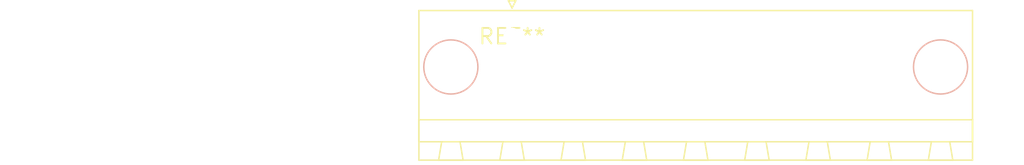
<source format=kicad_pcb>
(kicad_pcb (version 20240108) (generator pcbnew)
  (layers (0 "F.Cu" signal) (31 "B.Cu" signal) (34 "B.Paste" user) (35 "F.Paste" user) (36 "B.SilkS" user "B.Silkscreen") (37 "F.SilkS" user "F.Silkscreen") (38 "B.Mask" user) (39 "F.Mask" user) (44 "Edge.Cuts" user))
  (net 0 "")
  (footprint "PhoenixContact_MSTB_2,5_7-GF_1x07_P5.00mm_Horizontal_ThreadedFlange_MountHole" (layer "F.Cu") (at 0 0)
    (property "Reference" "REF**")
    (property "Value" "PhoenixContact_MSTB_2,5_7-GF_1x07_P5.00mm_Horizontal_ThreadedFlange_MountHole")
    (fp_circle (center -5 2.5) (end -2.79 2.5) (layer "B.SilkS") (stroke (width 0.12)) (fill none))
    (fp_circle (center 35 2.5) (end 37.21 2.5) (layer "B.SilkS") (stroke (width 0.12)) (fill none))
    (fp_line (start -7.61 -2.11) (end -7.61 10.11) (layer "F.SilkS") (stroke (width 0.12)))
    (fp_line (start -7.61 6.81) (end 37.61 6.81) (layer "F.SilkS") (stroke (width 0.12)))
    (fp_line (start -7.61 8.61) (end -7.61 6.81) (layer "F.SilkS") (stroke (width 0.12)))
    (fp_line (start -7.61 10.11) (end 37.61 10.11) (layer "F.SilkS") (stroke (width 0.12)))
    (fp_line (start -6 10.11) (end -4 10.11) (layer "F.SilkS") (stroke (width 0.12)))
    (fp_line (start -5.75 8.61) (end -6 10.11) (layer "F.SilkS") (stroke (width 0.12)))
    (fp_line (start -4.25 8.61) (end -5.75 8.61) (layer "F.SilkS") (stroke (width 0.12)))
    (fp_line (start -4 10.11) (end -4.25 8.61) (layer "F.SilkS") (stroke (width 0.12)))
    (fp_line (start -1 10.11) (end 1 10.11) (layer "F.SilkS") (stroke (width 0.12)))
    (fp_line (start -0.75 8.61) (end -1 10.11) (layer "F.SilkS") (stroke (width 0.12)))
    (fp_line (start -0.3 -2.91) (end 0.3 -2.91) (layer "F.SilkS") (stroke (width 0.12)))
    (fp_line (start 0 -2.31) (end -0.3 -2.91) (layer "F.SilkS") (stroke (width 0.12)))
    (fp_line (start 0.3 -2.91) (end 0 -2.31) (layer "F.SilkS") (stroke (width 0.12)))
    (fp_line (start 0.75 8.61) (end -0.75 8.61) (layer "F.SilkS") (stroke (width 0.12)))
    (fp_line (start 1 10.11) (end 0.75 8.61) (layer "F.SilkS") (stroke (width 0.12)))
    (fp_line (start 4 10.11) (end 6 10.11) (layer "F.SilkS") (stroke (width 0.12)))
    (fp_line (start 4.25 8.61) (end 4 10.11) (layer "F.SilkS") (stroke (width 0.12)))
    (fp_line (start 5.75 8.61) (end 4.25 8.61) (layer "F.SilkS") (stroke (width 0.12)))
    (fp_line (start 6 10.11) (end 5.75 8.61) (layer "F.SilkS") (stroke (width 0.12)))
    (fp_line (start 9 10.11) (end 11 10.11) (layer "F.SilkS") (stroke (width 0.12)))
    (fp_line (start 9.25 8.61) (end 9 10.11) (layer "F.SilkS") (stroke (width 0.12)))
    (fp_line (start 10.75 8.61) (end 9.25 8.61) (layer "F.SilkS") (stroke (width 0.12)))
    (fp_line (start 11 10.11) (end 10.75 8.61) (layer "F.SilkS") (stroke (width 0.12)))
    (fp_line (start 14 10.11) (end 16 10.11) (layer "F.SilkS") (stroke (width 0.12)))
    (fp_line (start 14.25 8.61) (end 14 10.11) (layer "F.SilkS") (stroke (width 0.12)))
    (fp_line (start 15.75 8.61) (end 14.25 8.61) (layer "F.SilkS") (stroke (width 0.12)))
    (fp_line (start 16 10.11) (end 15.75 8.61) (layer "F.SilkS") (stroke (width 0.12)))
    (fp_line (start 19 10.11) (end 21 10.11) (layer "F.SilkS") (stroke (width 0.12)))
    (fp_line (start 19.25 8.61) (end 19 10.11) (layer "F.SilkS") (stroke (width 0.12)))
    (fp_line (start 20.75 8.61) (end 19.25 8.61) (layer "F.SilkS") (stroke (width 0.12)))
    (fp_line (start 21 10.11) (end 20.75 8.61) (layer "F.SilkS") (stroke (width 0.12)))
    (fp_line (start 24 10.11) (end 26 10.11) (layer "F.SilkS") (stroke (width 0.12)))
    (fp_line (start 24.25 8.61) (end 24 10.11) (layer "F.SilkS") (stroke (width 0.12)))
    (fp_line (start 25.75 8.61) (end 24.25 8.61) (layer "F.SilkS") (stroke (width 0.12)))
    (fp_line (start 26 10.11) (end 25.75 8.61) (layer "F.SilkS") (stroke (width 0.12)))
    (fp_line (start 29 10.11) (end 31 10.11) (layer "F.SilkS") (stroke (width 0.12)))
    (fp_line (start 29.25 8.61) (end 29 10.11) (layer "F.SilkS") (stroke (width 0.12)))
    (fp_line (start 30.75 8.61) (end 29.25 8.61) (layer "F.SilkS") (stroke (width 0.12)))
    (fp_line (start 31 10.11) (end 30.75 8.61) (layer "F.SilkS") (stroke (width 0.12)))
    (fp_line (start 34 10.11) (end 36 10.11) (layer "F.SilkS") (stroke (width 0.12)))
    (fp_line (start 34.25 8.61) (end 34 10.11) (layer "F.SilkS") (stroke (width 0.12)))
    (fp_line (start 35.75 8.61) (end 34.25 8.61) (layer "F.SilkS") (stroke (width 0.12)))
    (fp_line (start 36 10.11) (end 35.75 8.61) (layer "F.SilkS") (stroke (width 0.12)))
    (fp_line (start 37.61 -2.11) (end -7.61 -2.11) (layer "F.SilkS") (stroke (width 0.12)))
    (fp_line (start 37.61 6.81) (end 37.61 8.61) (layer "F.SilkS") (stroke (width 0.12)))
    (fp_line (start 37.61 8.61) (end -7.61 8.61) (layer "F.SilkS") (stroke (width 0.12)))
    (fp_line (start 37.61 10.11) (end 37.61 -2.11) (layer "F.SilkS") (stroke (width 0.12)))
    (pad "" np_thru_hole circle (at -5 2.5) (size 2.4 2.4) (drill 2.4) (layers *.Cu *.Mask))
    (pad "" np_thru_hole circle (at 35 2.5) (size 2.4 2.4) (drill 2.4) (layers *.Cu *.Mask))
    (pad "1" thru_hole roundrect (at 0 0) (size 2 3.6) (drill 1.4) (layers *.Cu *.Mask) (remove_unused_layers) (roundrect_rratio 0.125))
    (pad "2" thru_hole oval (at 5 0) (size 2 3.6) (drill 1.4) (layers *.Cu *.Mask) (remove_unused_layers))
    (pad "3" thru_hole oval (at 10 0) (size 2 3.6) (drill 1.4) (layers *.Cu *.Mask) (remove_unused_layers))
    (pad "4" thru_hole oval (at 15 0) (size 2 3.6) (drill 1.4) (layers *.Cu *.Mask) (remove_unused_layers))
    (pad "5" thru_hole oval (at 20 0) (size 2 3.6) (drill 1.4) (layers *.Cu *.Mask) (remove_unused_layers))
    (pad "6" thru_hole oval (at 25 0) (size 2 3.6) (drill 1.4) (layers *.Cu *.Mask) (remove_unused_layers))
    (pad "7" thru_hole oval (at 30 0) (size 2 3.6) (drill 1.4) (layers *.Cu *.Mask) (remove_unused_layers))
  )
)
</source>
